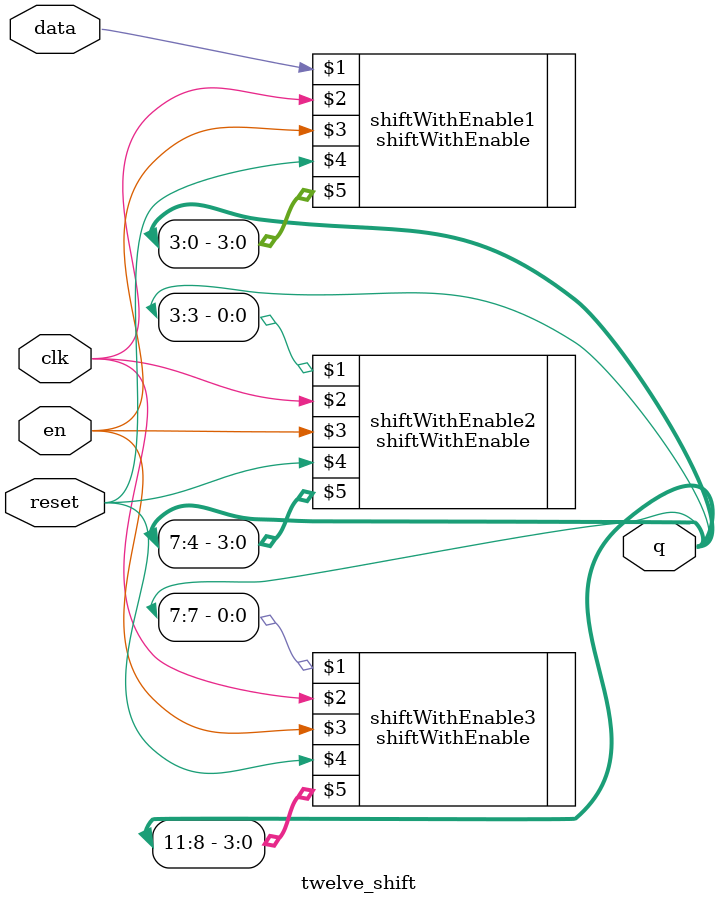
<source format=v>
module twelve_shift(input data, input clk, input en, input reset, output [11:0] q);

    shiftWithEnable shiftWithEnable1(data, clk, en, reset, q[3:0]);
    shiftWithEnable shiftWithEnable2(q[3], clk, en, reset, q[7:4]);
    shiftWithEnable shiftWithEnable3(q[7], clk, en, reset, q[11:8]);
endmodule


</source>
